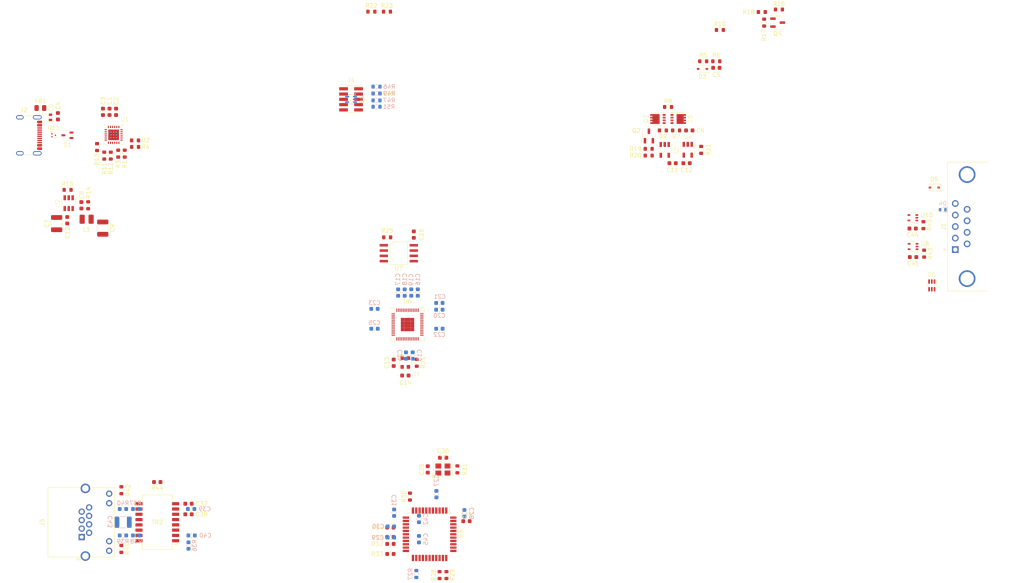
<source format=kicad_pcb>
(kicad_pcb
	(version 20241229)
	(generator "pcbnew")
	(generator_version "9.0")
	(general
		(thickness 1.6)
		(legacy_teardrops no)
	)
	(paper "A4")
	(layers
		(0 "F.Cu" signal)
		(2 "B.Cu" signal)
		(9 "F.Adhes" user "F.Adhesive")
		(11 "B.Adhes" user "B.Adhesive")
		(13 "F.Paste" user)
		(15 "B.Paste" user)
		(5 "F.SilkS" user "F.Silkscreen")
		(7 "B.SilkS" user "B.Silkscreen")
		(1 "F.Mask" user)
		(3 "B.Mask" user)
		(17 "Dwgs.User" user "User.Drawings")
		(19 "Cmts.User" user "User.Comments")
		(21 "Eco1.User" user "User.Eco1")
		(23 "Eco2.User" user "User.Eco2")
		(25 "Edge.Cuts" user)
		(27 "Margin" user)
		(31 "F.CrtYd" user "F.Courtyard")
		(29 "B.CrtYd" user "B.Courtyard")
		(35 "F.Fab" user)
		(33 "B.Fab" user)
		(39 "User.1" user)
		(41 "User.2" user)
		(43 "User.3" user)
		(45 "User.4" user)
	)
	(setup
		(pad_to_mask_clearance 0)
		(allow_soldermask_bridges_in_footprints no)
		(tenting front back)
		(pcbplotparams
			(layerselection 0x00000000_00000000_55555555_5755f5ff)
			(plot_on_all_layers_selection 0x00000000_00000000_00000000_00000000)
			(disableapertmacros no)
			(usegerberextensions no)
			(usegerberattributes yes)
			(usegerberadvancedattributes yes)
			(creategerberjobfile yes)
			(dashed_line_dash_ratio 12.000000)
			(dashed_line_gap_ratio 3.000000)
			(svgprecision 4)
			(plotframeref no)
			(mode 1)
			(useauxorigin no)
			(hpglpennumber 1)
			(hpglpenspeed 20)
			(hpglpendiameter 15.000000)
			(pdf_front_fp_property_popups yes)
			(pdf_back_fp_property_popups yes)
			(pdf_metadata yes)
			(pdf_single_document no)
			(dxfpolygonmode yes)
			(dxfimperialunits yes)
			(dxfusepcbnewfont yes)
			(psnegative no)
			(psa4output no)
			(plot_black_and_white yes)
			(sketchpadsonfab no)
			(plotpadnumbers no)
			(hidednponfab no)
			(sketchdnponfab yes)
			(crossoutdnponfab yes)
			(subtractmaskfromsilk no)
			(outputformat 1)
			(mirror no)
			(drillshape 1)
			(scaleselection 1)
			(outputdirectory "")
		)
	)
	(net 0 "")
	(net 1 "/Power/2v7")
	(net 2 "GND")
	(net 3 "Net-(U1-VREG_1V2)")
	(net 4 "Net-(U1-VDD)")
	(net 5 "/Power/Vbus")
	(net 6 "Net-(D3-K)")
	(net 7 "Net-(C6-Pad1)")
	(net 8 "+VDC")
	(net 9 "Net-(U2-CB)")
	(net 10 "Net-(U2-SW)")
	(net 11 "+3V3")
	(net 12 "Net-(U6-Xin)")
	(net 13 "Net-(C14-Pad2)")
	(net 14 "+1V1")
	(net 15 "Net-(U3-Vcap)")
	(net 16 "Net-(U3-OSC1)")
	(net 17 "Net-(C36-Pad1)")
	(net 18 "MAG_IN+")
	(net 19 "TPIN+")
	(net 20 "MAG_IN-")
	(net 21 "TPIN-")
	(net 22 "MAG_IN_Center")
	(net 23 "MAG_OUT_Center")
	(net 24 "Net-(C43-Pad2)")
	(net 25 "GNDPWR")
	(net 26 "/Power/CC2")
	(net 27 "/Power/CC1")
	(net 28 "Net-(D5-K)")
	(net 29 "DATA_LED")
	(net 30 "sense_2_proc")
	(net 31 "sense_1_proc")
	(net 32 "CLK_LED")
	(net 33 "/P3")
	(net 34 "/P4")
	(net 35 "/P2")
	(net 36 "/P1")
	(net 37 "Net-(J2-SHIELD)")
	(net 38 "Net-(U11-D+)")
	(net 39 "Net-(U11-D-)")
	(net 40 "RX+")
	(net 41 "TX-")
	(net 42 "Net-(J5-Pad10)")
	(net 43 "Net-(J5-Pad7)")
	(net 44 "Net-(J5-Pad4)")
	(net 45 "RX-")
	(net 46 "Net-(J5-Pad12)")
	(net 47 "TX+")
	(net 48 "Net-(Q1-Pad4)")
	(net 49 "Net-(Q2-G)")
	(net 50 "Net-(Q2-D)")
	(net 51 "Net-(Q4-D)")
	(net 52 "Net-(Q4-G)")
	(net 53 "Net-(U1-ADDR0)")
	(net 54 "Net-(U1-ADDR1)")
	(net 55 "Net-(U1-VBUS_VS_DISCH)")
	(net 56 "/Power/DISCH")
	(net 57 "SCL")
	(net 58 "SDA")
	(net 59 "RESET")
	(net 60 "Net-(U2-FB)")
	(net 61 "Discharge")
	(net 62 "Net-(R20-Pad2)")
	(net 63 "Net-(U1-VBUS_EN_SNK)")
	(net 64 "D-")
	(net 65 "D+")
	(net 66 "Net-(U6-Xout)")
	(net 67 "Net-(U6-QSPI_SS_N)")
	(net 68 "~{INT}")
	(net 69 "Net-(U3-PSPCFG0)")
	(net 70 "Net-(U3-Rbias)")
	(net 71 "Net-(U3-OSC2)")
	(net 72 "MAG_OUT+")
	(net 73 "MAG_OUT-")
	(net 74 "Net-(TR2-C_RX)")
	(net 75 "Net-(TR2-C_TX)")
	(net 76 "LED_B")
	(net 77 "LED_A")
	(net 78 "Net-(U6-SWCLK)")
	(net 79 "unconnected-(U1-POWER_OK3-Pad14)")
	(net 80 "unconnected-(U1-A_B_SIDE-Pad17)")
	(net 81 "unconnected-(U1-POWER_OK2-Pad20)")
	(net 82 "ALERT")
	(net 83 "unconnected-(U1-NC-Pad3)")
	(net 84 "unconnected-(U1-Attach-Pad11)")
	(net 85 "unconnected-(U1-GPIO-Pad15)")
	(net 86 "Net-(U3-SI{slash}RD{slash}R~{W})")
	(net 87 "Net-(U3-AD3)")
	(net 88 "Net-(U3-AD12)")
	(net 89 "Net-(U3-AD14)")
	(net 90 "Net-(U3-AD10)")
	(net 91 "Net-(U3-~{CS}{slash}CS)")
	(net 92 "Net-(U3-SO{slash}WR{slash}EN)")
	(net 93 "Net-(U3-AD5)")
	(net 94 "Net-(U3-AD9)")
	(net 95 "Net-(U3-AD4)")
	(net 96 "unconnected-(U3-CLKOUT-Pad23)")
	(net 97 "Net-(U3-SCK{slash}AL)")
	(net 98 "Net-(U3-AD2)")
	(net 99 "Net-(U3-AD11)")
	(net 100 "Net-(U3-AD8)")
	(net 101 "Net-(U3-AD13)")
	(net 102 "Net-(U3-AD1)")
	(net 103 "Net-(U3-AD0)")
	(net 104 "Net-(U3-AD6)")
	(net 105 "Net-(U3-AD7)")
	(net 106 "Net-(U4-Pad4)")
	(net 107 "Enable")
	(net 108 "Net-(U6-QSPI_SD2)")
	(net 109 "Net-(U6-QSPI_SD1)")
	(net 110 "MEAS_1")
	(net 111 "MEAS_2")
	(net 112 "Net-(U6-QSPI_SD3)")
	(net 113 "Net-(U6-QSPI_SCLK)")
	(net 114 "Net-(U6-QSPI_SD0)")
	(footprint "Resistor_SMD:R_0603_1608Metric" (layer "F.Cu") (at 40.894 78.0166 -90))
	(footprint "Capacitor_SMD:C_0603_1608Metric" (layer "F.Cu") (at 124.051 152.654 180))
	(footprint "Resistor_SMD:R_0603_1608Metric" (layer "F.Cu") (at 42.6212 80.0608 90))
	(footprint "Capacitor_SMD:C_1210_3225Metric" (layer "F.Cu") (at 42.2656 97.487 -90))
	(footprint "Capacitor_SMD:C_0603_1608Metric" (layer "F.Cu") (at 111.379 173.355 180))
	(footprint "Package_TO_SOT_SMD:SOT-23-3" (layer "F.Cu") (at 204.4254 48.114))
	(footprint "Pyllr_Package_DFN_QFN:QFN-56_1EP_7.75x7.75mm_P0.4mm_3.2x3.2mm" (layer "F.Cu") (at 115.4886 120.6528))
	(footprint "Resistor_SMD:R_0603_1608Metric" (layer "F.Cu") (at 189.675 57.404))
	(footprint "Capacitor_SMD:C_0603_1608Metric" (layer "F.Cu") (at 114.9614 132.9014))
	(footprint "Capacitor_SMD:C_0603_1608Metric" (layer "F.Cu") (at 112.1674 129.8404 90))
	(footprint "Capacitor_SMD:C_0603_1608Metric" (layer "F.Cu") (at 62.865 163.703 180))
	(footprint "Resistor_SMD:R_0603_1608Metric" (layer "F.Cu") (at 201.168 48.1076 -90))
	(footprint "Capacitor_SMD:C_0603_1608Metric" (layer "F.Cu") (at 182.5244 81.8896))
	(footprint "Pyllr_Package_Crystal:CFPX-180" (layer "F.Cu") (at 123.995 155.487))
	(footprint "Resistor_SMD:R_0603_1608Metric" (layer "F.Cu") (at 176.8348 74.0156))
	(footprint "Package_TO_SOT_SMD:SOT-23-3" (layer "F.Cu") (at 173.482 75.3563 90))
	(footprint "Resistor_SMD:R_0603_1608Metric" (layer "F.Cu") (at 178.0926 68.3768))
	(footprint "Connector_Dsub:DSUB-9_Pins_Horizontal_P2.77x2.84mm_EdgePinOffset4.94mm_Housed_MountingHolesOffset4.94mm" (layer "F.Cu") (at 247.096 102.659 90))
	(footprint "Pyllr_Package_SO:SOIC-8_5.28x5.28mm_P1.27mm" (layer "F.Cu") (at 113.3926 103.5142))
	(footprint "Capacitor_SMD:C_0603_1608Metric" (layer "F.Cu") (at 43.8912 69.5452 90))
	(footprint "Package_TO_SOT_SMD:SOT-353_SC-70-5" (layer "F.Cu") (at 236.9464 101.9048 180))
	(footprint "Resistor_SMD:R_0603_1608Metric" (layer "F.Cu") (at 38.7604 91.9988 90))
	(footprint "Capacitor_SMD:C_0603_1608Metric" (layer "F.Cu") (at 111.379 175.768))
	(footprint "Capacitor_SMD:C_0603_1608Metric" (layer "F.Cu") (at 111.366 169.418 180))
	(footprint "Capacitor_SMD:C_0603_1608Metric" (layer "F.Cu") (at 236.9464 104.4448))
	(footprint "Capacitor_SMD:C_0603_1608Metric" (layer "F.Cu") (at 120.355 155.461 90))
	(footprint "Package_TO_SOT_SMD:SOT-353_SC-70-5" (layer "F.Cu") (at 236.8956 94.996 180))
	(footprint "Resistor_SMD:R_0603_1608Metric" (layer "F.Cu") (at 200.6092 45.5676 180))
	(footprint "Resistor_SMD:R_0603_1608Metric" (layer "F.Cu") (at 44.196 80.0608 90))
	(footprint "Capacitor_SMD:C_0603_1608Metric" (layer "F.Cu") (at 42.3164 69.5452 90))
	(footprint "Capacitor_SMD:C_0603_1608Metric" (layer "F.Cu") (at 179.1716 81.8896))
	(footprint "Resistor_SMD:R_0603_1608Metric" (layer "F.Cu") (at 186.0296 78.6892 90))
	(footprint "Diode_SMD:D_SOD-323" (layer "F.Cu") (at 186.3512 59.2328 180))
	(footprint "Capacitor_SMD:C_0603_1608Metric" (layer "F.Cu") (at 189.6872 58.9788))
	(footprint "Capacitor_SMD:C_0603_1608Metric" (layer "F.Cu") (at 183.1856 74.0156))
	(footprint "Capacitor_SMD:C_0603_1608Metric" (layer "F.Cu") (at 37.1348 91.9988 -90))
	(footprint "Resistor_SMD:R_0603_1608Metric" (layer "F.Cu") (at 123.19 180.848 90))
	(footprint "Capacitor_SMD:C_0603_1608Metric" (layer "F.Cu") (at 116.9994 99.0438 90))
	(footprint "Pyllr_Package_TO_SOT_SMD:SOT23-5_2.6W" (layer "F.Cu") (at 177.292 78.6892 -90))
	(footprint "Pyllr_Package_TO_SOT_SMD:SOT323-3L" (layer "F.Cu") (at 33.782 75.184 90))
	(footprint "Resistor_SMD:R_0805_2012Metric"
		(layer "F.Cu")
		(uuid "5e442a6c-29f0-4262-8aa0-35abdd3e088a")
		(at 27.2796 68.6308)
		(descr "Resistor SMD 0805 (2012 Metric), square (rectangular) end terminal, IPC-7351 nominal, (Body size source: IPC-SM-782 page 72, https://www.pcb-3d.com/wordpress/wp-content/uploads/ipc-sm-782a_amendment_1_and_2.pdf), generated with kicad-footprint-generator")
		(tags "resistor")
		(property "Reference" "FB1"
			(at 0 -1.6764 0)
			(layer "F.SilkS")
			(uuid "ea2703eb-2771-4d36-bcd0-84858b4d1a61")
			(effects
				(font
					(size 1 1)
					(thickness 0.15)
				)
			)
		)
		(property "Value" "FerriteBead_Small"
			(at 0 1.65 0)
			(layer "F.Fab")
			(uuid "883500f7-ee58-46ef-ac49-9fca50047b80")
			(effects
				(font
					(size 1 1)
					(thickness 0.15)
				)
			)
		)
		(property "Datasheet" ""
			(at 0 0 0)
			(layer "F.Fab")
			(hide yes)
			(uuid "9289d004-69d0-422c-8d3c-112a31a2e2a1")
			(effects
				(font
					(size 1.27 1.27)
					(thickness 0.15)
				)
			)
		)
		(property "Description" "Ferrite bead, small symbol"
			(at 0 0 0)
			(layer "F.Fab")
			(hide yes)
			(uuid "62222889-7b95-4f84-8283-c671eafdfcc4")
			(effects
				(font
					(size 1.27 1.27)
					(thickness 0.15)
				)
			)
		)
		(property ki_fp_filters "Inductor_* L_* *Ferrite*")
		(path "/a3f38914-20f8-40e8-9e67-e1e2d7953203")
		(sheetname "/")
		(sheetfile "Ethy.kicad_sch")
		(attr smd)
		(fp_line
			(start -0.227064 -0.735)
			(end 0.227064 -0.735)
			(s
... [390430 chars truncated]
</source>
